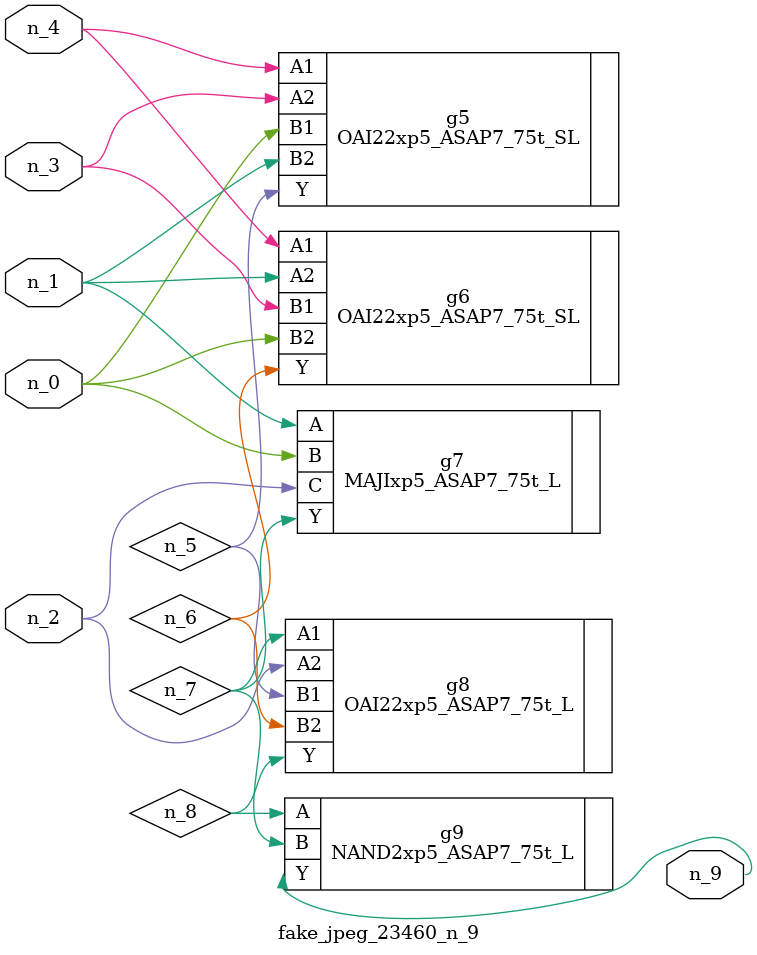
<source format=v>
module fake_jpeg_23460_n_9 (n_3, n_2, n_1, n_0, n_4, n_9);

input n_3;
input n_2;
input n_1;
input n_0;
input n_4;

output n_9;

wire n_8;
wire n_6;
wire n_5;
wire n_7;

OAI22xp5_ASAP7_75t_SL g5 ( 
.A1(n_4),
.A2(n_3),
.B1(n_0),
.B2(n_1),
.Y(n_5)
);

OAI22xp5_ASAP7_75t_SL g6 ( 
.A1(n_4),
.A2(n_1),
.B1(n_3),
.B2(n_0),
.Y(n_6)
);

MAJIxp5_ASAP7_75t_L g7 ( 
.A(n_1),
.B(n_0),
.C(n_2),
.Y(n_7)
);

OAI22xp5_ASAP7_75t_L g8 ( 
.A1(n_7),
.A2(n_2),
.B1(n_5),
.B2(n_6),
.Y(n_8)
);

NAND2xp5_ASAP7_75t_L g9 ( 
.A(n_8),
.B(n_7),
.Y(n_9)
);


endmodule
</source>
